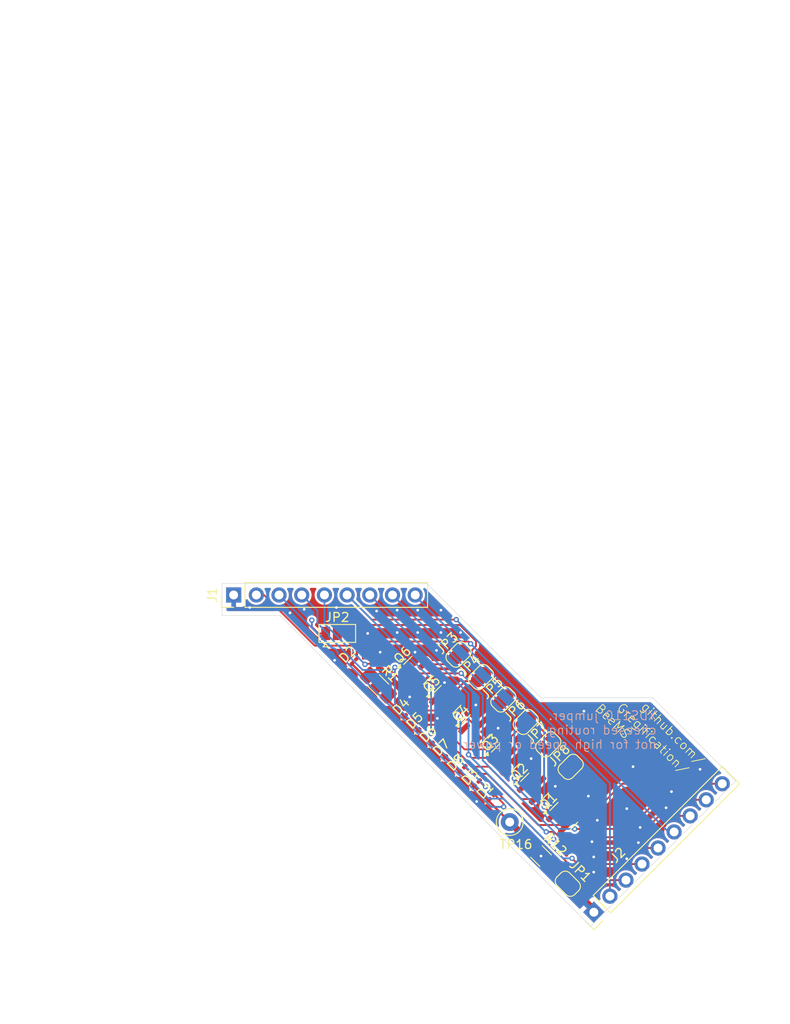
<source format=kicad_pcb>
(kicad_pcb (version 20241229) (generator "pcbnew") (generator_version "9.0")
  (layers (0 "F.Cu" signal) (2 "B.Cu" signal) (13 "F.Paste" user) (15 "B.Paste" user) (5 "F.SilkS" user "F.Silkscreen") (7 "B.SilkS" user "B.Silkscreen") (1 "F.Mask" user) (3 "B.Mask" user) (25 "Edge.Cuts" user))
  (net 0 "")
  (net 1 "/XDS_3v_supply")
  (net 2 "Net-(D1-K)")
  (net 3 "Net-(D2-K)")
  (net 4 "/XDS_5v_supply")
  (net 5 "Net-(D3-A)")
  (net 6 "Net-(D4-A)")
  (net 7 "Net-(D5-A)")
  (net 8 "Net-(D6-A)")
  (net 9 "Net-(D7-A)")
  (net 10 "Net-(D8-A)")
  (net 11 "/XDS_RESET_OUT")
  (net 12 "/XDS_TMS_SWDIO")
  (net 13 "/XDS_BLS_INVOKE")
  (net 14 "/XDS_TCK_SWDCLK")
  (net 15 "/XDS_RXD")
  (net 16 "/XDS_TXD")
  (net 17 "/XDS_GND")
  (net 18 "Net-(JP1-B)")
  (net 19 "Net-(JP2-C)")
  (net 20 "Net-(JP3-A)")
  (net 21 "Net-(JP4-A)")
  (net 22 "Net-(JP5-A)")
  (net 23 "Net-(JP6-A)")
  (net 24 "Net-(JP7-A)")
  (net 25 "Net-(JP8-A)")
  (footprint "Resistor_SMD:R_1206_3216Metric_Pad1.30x1.75mm_HandSolder" (layer "F.Cu") (at 103 104.6 -45)
    (property "Reference" "R1" (at 0 -1.829999 135) (layer "F.SilkS"))
    (property "Value" "200")
    (pad "1" smd roundrect (at -1.550001 0 315) (size 1.3 1.75) (layers "F.Cu" "F.Mask" "F.Paste") (roundrect_rratio 0.192308) (net 3 "Net-(D2-K)"))
    (pad "2" smd roundrect (at 1.550001 0 315) (size 1.3 1.75) (layers "F.Cu" "F.Mask" "F.Paste") (roundrect_rratio 0.192308) (net 2 "Net-(D1-K)"))
  )
  (footprint "Resistor_SMD:R_1206_3216Metric_Pad1.30x1.75mm_HandSolder" (layer "F.Cu") (at 121.2 123.7 135)
    (property "Reference" "R12" (at -0.212132 2.05061 135) (layer "F.SilkS"))
    (property "Value" "700")
    (pad "1" smd roundrect (at -1.550001 0 135) (size 1.3 1.75) (layers "F.Cu" "F.Mask" "F.Paste") (roundrect_rratio 0.192308) (net 18 "Net-(JP1-B)"))
    (pad "2" smd roundrect (at 1.550001 0 135) (size 1.3 1.75) (layers "F.Cu" "F.Mask" "F.Paste") (roundrect_rratio 0.192308) (net 2 "Net-(D1-K)"))
  )
  (footprint "LED_SMD:LED_0201_0603Metric_Pad0.64x0.40mm_HandSolder" (layer "F.Cu") (at 110.7881 112.3119 45)
    (property "Reference" "D7" (at 0 -1.05 45) (layer "F.SilkS"))
    (property "Value" "LED")
    (pad "1" smd roundrect (at -0.4075 0 45) (size 0.635 0.4) (layers "F.Cu" "F.Mask") (net 2 "Net-(D1-K)"))
    (pad "2" smd roundrect (at 0.4075 0 45) (size 0.635 0.4) (layers "F.Cu" "F.Mask") (net 9 "Net-(D7-A)"))
  )
  (footprint "Package_TO_SOT_SMD:SOT-23" (layer "F.Cu") (at 107.3981 102.9126 45)
    (property "Reference" "Q6" (at 0 -2.4 45) (layer "F.SilkS"))
    (property "Value" "2N7002")
    (pad "1" smd roundrect (at -0.9375 -0.95 45) (size 1.475 0.6) (layers "F.Cu" "F.Mask" "F.Paste") (net 16 "/XDS_TXD"))
    (pad "2" smd roundrect (at -0.9375 0.95 45) (size 1.475 0.6) (layers "F.Cu" "F.Mask" "F.Paste") (net 5 "Net-(D3-A)"))
    (pad "3" smd roundrect (at 0.937501 0 45) (size 1.475 0.6) (layers "F.Cu" "F.Mask" "F.Paste") (net 20 "Net-(JP3-A)"))
  )
  (footprint "Jumper:SolderJumper-2_P1.3mm_Open_RoundedPad1.0x1.5mm" (layer "F.Cu") (at 111.9693 101.1693 45)
    (property "Reference" "JP3" (at 0 -1.8 45) (layer "F.SilkS"))
    (property "Value" "SolderJumper_2_Open")
    (pad "1" smd custom (at -0.649999 0 45) (size 1 0.5) (layers "F.Cu" "F.Mask") (net 20 "Net-(JP3-A)") (options (clearance outline) (anchor rect)) (primitives (gr_circle (center 0 0.25) (end 0.5 0.25) (width 0) (fill yes)) (gr_circle (center 0 -0.25) (end 0.5 -0.25) (width 0) (fill yes)) (gr_poly (pts (xy 0.5 0.75) (xy 0 0.75) (xy 0 -0.75) (xy 0.5 -0.75)) (width 0) (fill yes))))
    (pad "2" smd custom (at 0.649999 0 45) (size 1 0.5) (layers "F.Cu" "F.Mask") (net 19 "Net-(JP2-C)") (options (clearance outline) (anchor rect)) (primitives (gr_circle (center 0 0.25) (end 0.5 0.25) (width 0) (fill yes)) (gr_circle (center 0 -0.25) (end 0.5 -0.25) (width 0) (fill yes)) (gr_poly (pts (xy 0 0.75) (xy -0.5 0.75) (xy -0.5 -0.75) (xy 0 -0.75)) (width 0) (fill yes))))
  )
  (footprint "Connector_PinHeader_2.54mm:PinHeader_1x09_P2.54mm_Vertical" (layer "F.Cu") (at 127.1158 129.9842 135)
    (property "Reference" "J2" (at 2.616295 6.412334 225) (layer "F.SilkS"))
    (property "Value" "Conn_01x09_Socket")
    (pad "1" thru_hole rect (at 0 0 135) (size 1.7 1.7) (drill 1) (layers "*.Cu" "*.Mask") (net 17 "/XDS_GND"))
    (pad "2" thru_hole circle (at 0 2.54 135) (size 1.7 1.7) (drill 1) (layers "*.Cu" "*.Mask") (net 4 "/XDS_5v_supply"))
    (pad "3" thru_hole circle (at 0 5.079999 135) (size 1.7 1.7) (drill 1) (layers "*.Cu" "*.Mask") (net 1 "/XDS_3v_supply"))
    (pad "4" thru_hole circle (at 0 7.62 135) (size 1.7 1.7) (drill 1) (layers "*.Cu" "*.Mask") (net 16 "/XDS_TXD"))
    (pad "5" thru_hole circle (at 0 10.16 135) (size 1.7 1.7) (drill 1) (layers "*.Cu" "*.Mask") (net 15 "/XDS_RXD"))
    (pad "6" thru_hole circle (at 0 12.7 135) (size 1.7 1.7) (drill 1) (layers "*.Cu" "*.Mask") (net 11 "/XDS_RESET_OUT"))
    (pad "7" thru_hole circle (at 0 15.24 135) (size 1.7 1.7) (drill 1) (layers "*.Cu" "*.Mask") (net 12 "/XDS_TMS_SWDIO"))
    (pad "8" thru_hole circle (at 0 17.780001 135) (size 1.7 1.7) (drill 1) (layers "*.Cu" "*.Mask") (net 14 "/XDS_TCK_SWDCLK"))
    (pad "9" thru_hole circle (at 0 20.32 135) (size 1.7 1.7) (drill 1) (layers "*.Cu" "*.Mask") (net 13 "/XDS_BLS_INVOKE"))
  )
  (footprint "Jumper:SolderJumper-2_P1.3mm_Open_RoundedPad1.0x1.5mm" (layer "F.Cu") (at 119.5 108.7 45)
    (property "Reference" "JP6" (at 0 -1.8 45) (layer "F.SilkS"))
    (property "Value" "SolderJumper_2_Open")
    (pad "1" smd custom (at -0.649999 0 45) (size 1 0.5) (layers "F.Cu" "F.Mask") (net 23 "Net-(JP6-A)") (options (clearance outline) (anchor rect)) (primitives (gr_circle (center 0 0.25) (end 0.5 0.25) (width 0) (fill yes)) (gr_circle (center 0 -0.25) (end 0.5 -0.25) (width 0) (fill yes)) (gr_poly (pts (xy 0.5 0.75) (xy 0 0.75) (xy 0 -0.75) (xy 0.5 -0.75)) (width 0) (fill yes))))
    (pad "2" smd custom (at 0.649999 0 45) (size 1 0.5) (layers "F.Cu" "F.Mask") (net 19 "Net-(JP2-C)") (options (clearance outline) (anchor rect)) (primitives (gr_circle (center 0 0.25) (end 0.5 0.25) (width 0) (fill yes)) (gr_circle (center 0 -0.25) (end 0.5 -0.25) (width 0) (fill yes)) (gr_poly (pts (xy 0 0.75) (xy -0.5 0.75) (xy -0.5 -0.75) (xy 0 -0.75)) (width 0) (fill yes))))
  )
  (footprint "LED_SMD:LED_0201_0603Metric_Pad0.64x0.40mm_HandSolder" (layer "F.Cu") (at 112.3814 113.993 45)
    (property "Reference" "D8" (at 0 -1.05 45) (layer "F.SilkS"))
    (property "Value" "LED")
    (pad "1" smd roundrect (at -0.4075 0 45) (size 0.635 0.4) (layers "F.Cu" "F.Mask") (net 2 "Net-(D1-K)"))
    (pad "2" smd roundrect (at 0.4075 0 45) (size 0.635 0.4) (layers "F.Cu" "F.Mask") (net 10 "Net-(D8-A)"))
  )
  (footprint "Jumper:SolderJumper-3_P1.3mm_Open_Pad1.0x1.5mm" (layer "F.Cu") (at 98.4 98.8)
    (property "Reference" "JP2" (at 0 -1.8 0) (layer "F.SilkS"))
    (property "Value" "SolderJumper_3_Open")
    (pad "1" smd rect (at -1.3 0) (size 1 1.5) (layers "F.Cu" "F.Mask") (net 1 "/XDS_3v_supply"))
    (pad "2" smd rect (at 0 0) (size 1 1.5) (layers "F.Cu" "F.Mask") (net 19 "Net-(JP2-C)"))
    (pad "3" smd rect (at 1.3 0) (size 1 1.5) (layers "F.Cu" "F.Mask") (net 4 "/XDS_5v_supply"))
  )
  (footprint "LED_SMD:LED_0201_0603Metric_Pad0.64x0.40mm_HandSolder" (layer "F.Cu") (at 115.6942 117.1058 45)
    (property "Reference" "D1" (at 0 -1.05 45) (layer "F.SilkS"))
    (property "Value" "LED")
    (pad "1" smd roundrect (at -0.4075 0 45) (size 0.635 0.4) (layers "F.Cu" "F.Mask") (net 2 "Net-(D1-K)"))
    (pad "2" smd roundrect (at 0.4075 0 45) (size 0.635 0.4) (layers "F.Cu" "F.Mask") (net 1 "/XDS_3v_supply"))
  )
  (footprint "Package_TO_SOT_SMD:SOT-23" (layer "F.Cu") (at 120.4796 115.9941 45)
    (property "Reference" "Q2" (at 0 -2.4 45) (layer "F.SilkS"))
    (property "Value" "2N7002")
    (pad "1" smd roundrect (at -0.9375 -0.95 45) (size 1.475 0.6) (layers "F.Cu" "F.Mask" "F.Paste") (net 14 "/XDS_TCK_SWDCLK"))
    (pad "2" smd roundrect (at -0.9375 0.95 45) (size 1.475 0.6) (layers "F.Cu" "F.Mask" "F.Paste") (net 9 "Net-(D7-A)"))
    (pad "3" smd roundrect (at 0.937501 0 45) (size 1.475 0.6) (layers "F.Cu" "F.Mask" "F.Paste") (net 24 "Net-(JP7-A)"))
  )
  (footprint "Jumper:SolderJumper-2_P1.3mm_Open_RoundedPad1.0x1.5mm" (layer "F.Cu") (at 124.5205 113.7205 45)
    (property "Reference" "JP8" (at 0 -1.8 45) (layer "F.SilkS"))
    (property "Value" "SolderJumper_2_Open")
    (pad "1" smd custom (at -0.649999 0 45) (size 1 0.5) (layers "F.Cu" "F.Mask") (net 25 "Net-(JP8-A)") (options (clearance outline) (anchor rect)) (primitives (gr_circle (center 0 0.25) (end 0.5 0.25) (width 0) (fill yes)) (gr_circle (center 0 -0.25) (end 0.5 -0.25) (width 0) (fill yes)) (gr_poly (pts (xy 0.5 0.75) (xy 0 0.75) (xy 0 -0.75) (xy 0.5 -0.75)) (width 0) (fill yes))))
    (pad "2" smd custom (at 0.649999 0 45) (size 1 0.5) (layers "F.Cu" "F.Mask") (net 19 "Net-(JP2-C)") (options (clearance outline) (anchor rect)) (primitives (gr_circle (center 0 0.25) (end 0.5 0.25) (width 0) (fill yes)) (gr_circle (center 0 -0.25) (end 0.5 -0.25) (width 0) (fill yes)) (gr_poly (pts (xy 0 0.75) (xy -0.5 0.75) (xy -0.5 -0.75) (xy 0 -0.75)) (width 0) (fill yes))))
  )
  (footprint "Package_TO_SOT_SMD:SOT-23" (layer "F.Cu") (at 117.2092 112.7237 45)
    (property "Reference" "Q3" (at 0 -2.4 45) (layer "F.SilkS"))
    (property "Value" "2N7002")
    (pad "1" smd roundrect (at -0.9375 -0.95 45) (size 1.475 0.6) (layers "F.Cu" "F.Mask" "F.Paste") (net 12 "/XDS_TMS_SWDIO"))
    (pad "2" smd roundrect (at -0.9375 0.95 45) (size 1.475 0.6) (layers "F.Cu" "F.Mask" "F.Paste") (net 8 "Net-(D6-A)"))
    (pad "3" smd roundrect (at 0.937501 0 45) (size 1.475 0.6) (layers "F.Cu" "F.Mask" "F.Paste") (net 23 "Net-(JP6-A)"))
  )
  (footprint "Package_TO_SOT_SMD:SOT-23" (layer "F.Cu") (at 113.9389 109.4533 45)
    (property "Reference" "Q4" (at 0 -2.4 45) (layer "F.SilkS"))
    (property "Value" "2N7002")
    (pad "1" smd roundrect (at -0.9375 -0.95 45) (size 1.475 0.6) (layers "F.Cu" "F.Mask" "F.Paste") (net 11 "/XDS_RESET_OUT"))
    (pad "2" smd roundrect (at -0.9375 0.95 45) (size 1.475 0.6) (layers "F.Cu" "F.Mask" "F.Paste") (net 7 "Net-(D5-A)"))
    (pad "3" smd roundrect (at 0.937501 0 45) (size 1.475 0.6) (layers "F.Cu" "F.Mask" "F.Paste") (net 22 "Net-(JP5-A)"))
  )
  (footprint "Jumper:SolderJumper-2_P1.3mm_Open_RoundedPad1.0x1.5mm" (layer "F.Cu") (at 116.9898 106.1898 45)
    (property "Reference" "JP5" (at 0 -1.8 45) (layer "F.SilkS"))
    (property "Value" "SolderJumper_2_Open")
    (pad "1" smd custom (at -0.649999 0 45) (size 1 0.5) (layers "F.Cu" "F.Mask") (net 22 "Net-(JP5-A)") (options (clearance outline) (anchor rect)) (primitives (gr_circle (center 0 0.25) (end 0.5 0.25) (width 0) (fill yes)) (gr_circle (center 0 -0.25) (end 0.5 -0.25) (width 0) (fill yes)) (gr_poly (pts (xy 0.5 0.75) (xy 0 0.75) (xy 0 -0.75) (xy 0.5 -0.75)) (width 0) (fill yes))))
    (pad "2" smd custom (at 0.649999 0 45) (size 1 0.5) (layers "F.Cu" "F.Mask") (net 19 "Net-(JP2-C)") (options (clearance outline) (anchor rect)) (primitives (gr_circle (center 0 0.25) (end 0.5 0.25) (width 0) (fill yes)) (gr_circle (center 0 -0.25) (end 0.5 -0.25) (width 0) (fill yes)) (gr_poly (pts (xy 0 0.75) (xy -0.5 0.75) (xy -0.5 -0.75) (xy 0 -0.75)) (width 0) (fill yes))))
  )
  (footprint "Jumper:SolderJumper-2_P1.3mm_Open_RoundedPad1.0x1.5mm" (layer "F.Cu") (at 122.0102 111.2102 45)
    (property "Reference" "JP7" (at 0 -1.8 45) (layer "F.SilkS"))
    (property "Value" "SolderJumper_2_Open")
    (pad "1" smd custom (at -0.649999 0 45) (size 1 0.5) (layers "F.Cu" "F.Mask") (net 24 "Net-(JP7-A)") (options (clearance outline) (anchor rect)) (primitives (gr_circle (center 0 0.25) (end 0.5 0.25) (width 0) (fill yes)) (gr_circle (center 0 -0.25) (end 0.5 -0.25) (width 0) (fill yes)) (gr_poly (pts (xy 0.5 0.75) (xy 0 0.75) (xy 0 -0.75) (xy 0.5 -0.75)) (width 0) (fill yes))))
    (pad "2" smd custom (at 0.649999 0 45) (size 1 0.5) (layers "F.Cu" "F.Mask") (net 19 "Net-(JP2-C)") (options (clearance outline) (anchor rect)) (primitives (gr_circle (center 0 0.25) (end 0.5 0.25) (width 0) (fill yes)) (gr_circle (center 0 -0.25) (end 0.5 -0.25) (width 0) (fill yes)) (gr_poly (pts (xy 0 0.75) (xy -0.5 0.75) (xy -0.5 -0.75) (xy 0 -0.75)) (width 0) (fill yes))))
  )
  (footprint "Package_TO_SOT_SMD:SOT-23" (layer "F.Cu") (at 123.75 119.2644 45)
    (property "Reference" "Q1" (at 0 -2.4 45) (layer "F.SilkS"))
    (property "Value" "2N7002")
    (pad "1" smd roundrect (at -0.9375 -0.95 45) (size 1.475 0.6) (layers "F.Cu" "F.Mask" "F.Paste") (net 13 "/XDS_BLS_INVOKE"))
    (pad "2" smd roundrect (at -0.9375 0.95 45) (size 1.475 0.6) (layers "F.Cu" "F.Mask" "F.Paste") (net 10 "Net-(D8-A)"))
    (pad "3" smd roundrect (at 0.937501 0 45) (size 1.475 0.6) (layers "F.Cu" "F.Mask" "F.Paste") (net 25 "Net-(JP8-A)"))
  )
  (footprint "LED_SMD:LED_0201_0603Metric_Pad0.64x0.40mm_HandSolder" (layer "F.Cu") (at 107.8 109.3 45)
    (property "Reference" "D5" (at 0 -1.05 45) (layer "F.SilkS"))
    (property "Value" "LED")
    (pad "1" smd roundrect (at -0.4075 0 45) (size 0.635 0.4) (layers "F.Cu" "F.Mask") (net 2 "Net-(D1-K)"))
    (pad "2" smd roundrect (at 0.4075 0 45) (size 0.635 0.4) (layers "F.Cu" "F.Mask") (net 7 "Net-(D5-A)"))
  )
  (footprint "Jumper:SolderJumper-2_P1.3mm_Open_RoundedPad1.0x1.5mm" (layer "F.Cu") (at 124.2 126.8 135)
    (property "Reference" "JP1" (at 0 1.979899 135) (layer "F.SilkS"))
    (property "Value" "SolderJumper_2_Open")
    (pad "1" smd custom (at -0.649999 0 135) (size 1 0.5) (layers "F.Cu" "F.Mask") (net 17 "/XDS_GND") (options (clearance outline) (anchor rect)) (primitives (gr_circle (center 0 0.25) (end 0.5 0.25) (width 0) (fill yes)) (gr_circle (center 0 -0.25) (end 0.5 -0.25) (width 0) (fill yes)) (gr_poly (pts (xy 0.5 0.75) (xy 0 0.75) (xy 0 -0.75) (xy 0.5 -0.75)) (width 0) (fill yes))))
    (pad "2" smd custom (at 0.649999 0 135) (size 1 0.5) (layers "F.Cu" "F.Mask") (net 18 "Net-(JP1-B)") (options (clearance outline) (anchor rect)) (primitives (gr_circle (center 0 0.25) (end 0.5 0.25) (width 0) (fill yes)) (gr_circle (center 0 -0.25) (end 0.5 -0.25) (width 0) (fill yes)) (gr_poly (pts (xy 0 0.75) (xy -0.5 0.75) (xy -0.5 -0.75) (xy 0 -0.75)) (width 0) (fill yes))))
  )
  (footprint "Jumper:SolderJumper-2_P1.3mm_Open_RoundedPad1.0x1.5mm" (layer "F.Cu") (at 114.4795 103.6795 45)
    (property "Reference" "JP4" (at 0 -1.8 45) (layer "F.SilkS"))
    (property "Value" "SolderJumper_2_Open")
    (pad "1" smd custom (at -0.649999 0 45) (size 1 0.5) (layers "F.Cu" "F.Mask") (net 21 "Net-(JP4-A)") (options (clearance outline) (anchor rect)) (primitives (gr_circle (center 0 0.25) (end 0.5 0.25) (width 0) (fill yes)) (gr_circle (center 0 -0.25) (end 0.5 -0.25) (width 0) (fill yes)) (gr_poly (pts (xy 0.5 0.75) (xy 0 0.75) (xy 0 -0.75) (xy 0.5 -0.75)) (width 0) (fill yes))))
    (pad "2" smd custom (at 0.649999 0 45) (size 1 0.5) (layers "F.Cu" "F.Mask") (net 19 "Net-(JP2-C)") (options (clearance outline) (anchor rect)) (primitives (gr_circle (center 0 0.25) (end 0.5 0.25) (width 0) (fill yes)) (gr_circle (center 0 -0.25) (end 0.5 -0.25) (width 0) (fill yes)) (gr_poly (pts (xy 0 0.75) (xy -0.5 0.75) (xy -0.5 -0.75) (xy 0 -0.75)) (width 0) (fill yes))))
  )
  (footprint "TestPoint:TestPoint_Loop_D2.50mm_Drill1.0mm_LowProfile" (layer "F.Cu") (at 117.7 119.9)
    (property "Reference" "TP16" (at 0.7 2.5 0) (layer "F.SilkS"))
    (property "Value" "TestPoint")
    (pad "1" thru_hole circle (at 0 0) (size 2 2) (drill 1) (layers "*.Cu" "*.Mask") (net 2 "Net-(D1-K)"))
  )
  (footprint "LED_SMD:LED_0201_0603Metric_Pad0.64x0.40mm_HandSolder" (layer "F.Cu") (at 114 115.6 45)
    (property "Reference" "D3" (at 0 -1.05 45) (layer "F.SilkS"))
    (property "Value" "LED")
    (pad "1" smd roundrect (at -0.4075 0 45) (size 0.635 0.4) (layers "F.Cu" "F.Mask") (net 2 "Net-(D1-K)"))
    (pad "2" smd roundrect (at 0.4075 0 45) (size 0.635 0.4) (layers "F.Cu" "F.Mask") (net 5 "Net-(D3-A)"))
  )
  (footprint "LED_SMD:LED_0201_0603Metric_Pad0.64x0.40mm_HandSolder" (layer "F.Cu") (at 106.2881 107.7119 45)
    (property "Reference" "D4" (at 0 -1.05 45) (layer "F.SilkS"))
    (property "Value" "LED")
    (pad "1" smd roundrect (at -0.4075 0 45) (size 0.635 0.4) (layers "F.Cu" "F.Mask") (net 2 "Net-(D1-K)"))
    (pad "2" smd roundrect (at 0.4075 0 45) (size 0.635 0.4) (layers "F.Cu" "F.Mask") (net 6 "Net-(D4-A)"))
  )
  (footprint "Package_TO_SOT_SMD:SOT-23" (layer "F.Cu") (at 110.6685 106.183 45)
    (property "Reference" "Q5" (at 0 -2.4 45) (layer "F.SilkS"))
    (property "Value" "2N7002")
    (pad "1" smd roundrect (at -0.9375 -0.95 45) (size 1.475 0.6) (layers "F.Cu" "F.Mask" "F.Paste") (net 15 "/XDS_RXD"))
    (pad "2" smd roundrect (at -0.9375 0.95 45) (size 1.475 0.6) (layers "F.Cu" "F.Mask" "F.Paste") (net 6 "Net-(D4-A)"))
    (pad "3" smd roundrect (at 0.937501 0 45) (size 1.475 0.6) (layers "F.Cu" "F.Mask" "F.Paste") (net 21 "Net-(JP4-A)"))
  )
  (footprint "Connector_PinHeader_2.54mm:PinHeader_1x09_P2.54mm_Vertical" (layer "F.Cu") (at 86.8 94.5 90)
    (property "Reference" "J1" (at 0 -2.38 90) (layer "F.SilkS"))
    (property "Value" "Conn_01x09_Socket")
    (pad "1" thru_hole rect (at 0 0 90) (size 1.7 1.7) (drill 1) (layers "*.Cu" "*.Mask") (net 17 "/XDS_GND"))
    (pad "2" thru_hole circle (at 0 2.54 90) (size 1.7 1.7) (drill 1) (layers "*.Cu" "*.Mask") (net 4 "/XDS_5v_supply"))
    (pad "3" thru_hole circle (at 0 5.079999 90) (size 1.7 1.7) (drill 1) (layers "*.Cu" "*.Mask") (net 1 "/XDS_3v_supply"))
    (pad "4" thru_hole circle (at 0 7.62 90) (size 1.7 1.7) (drill 1) (layers "*.Cu" "*.Mask") (net 16 "/XDS_TXD"))
    (pad "5" thru_hole circle (at 0 10.16 90) (size 1.7 1.7) (drill 1) (layers "*.Cu" "*.Mask") (net 15 "/XDS_RXD"))
    (pad "6" thru_hole circle (at 0 12.7 90) (size 1.7 1.7) (drill 1) (layers "*.Cu" "*.Mask") (net 11 "/XDS_RESET_OUT"))
    (pad "7" thru_hole circle (at 0 15.24 90) (size 1.7 1.7) (drill 1) (layers "*.Cu" "*.Mask") (net 12 "/XDS_TMS_SWDIO"))
    (pad "8" thru_hole circle (at 0 17.780001 90) (size 1.7 1.7) (drill 1) (layers "*.Cu" "*.Mask") (net 14 "/XDS_TCK_SWDCLK"))
    (pad "9" thru_hole circle (at 0 20.32 90) (size 1.7 1.7) (drill 1) (layers "*.Cu" "*.Mask") (net 13 "/XDS_BLS_INVOKE"))
  )
  (footprint "LED_SMD:LED_0201_0603Metric_Pad0.64x0.40mm_HandSolder" (layer "F.Cu") (at 100.3 101.9 45)
    (property "Reference" "D2" (at 0 -1.05 45) (layer "F.SilkS"))
    (property "Value" "LED")
    (pad "1" smd roundrect (at -0.4075 0 45) (size 0.635 0.4) (layers "F.Cu" "F.Mask") (net 3 "Net-(D2-K)"))
    (pad "2" smd roundrect (at 0.4075 0 45) (size 0.635 0.4) (layers "F.Cu" "F.Mask") (net 4 "/XDS_5v_supply"))
  )
  (footprint "LED_SMD:LED_0201_0603Metric_Pad0.64x0.40mm_HandSolder" (layer "F.Cu") (at 109.3 110.8 45)
    (property "Reference" "D6" (at 0 -1.05 45) (layer "F.SilkS"))
    (property "Value" "LED")
    (pad "1" smd roundrect (at -0.4075 0 45) (size 0.635 0.4) (layers "F.Cu" "F.Mask") (net 2 "Net-(D1-K)"))
    (pad "2" smd roundrect (at 0.4075 0 45) (size 0.635 0.4) (layers "F.Cu" "F.Mask") (net 8 "Net-(D6-A)"))
  )
  (gr_poly (pts (xy 85.5 93.2) (xy 108.4 93.2) (xy 121.2 106) (xy 133.7 106) (xy 143 115.3) (xy 126.8 131.5) (xy 126.7 131.5) (xy 92 96.8) (xy 85.5 96.8)) (stroke (width 0.05)) (fill no) (layer "Edge.Cuts"))
  (gr_text "BeeMS" (at 127.1 107.3 315) (layer "F.SilkS") (effects (font (size 1 1) (thickness 0.1)) (justify left bottom)))
  (gr_text "Gregification/\n" (at 129.5 107.2 315) (layer "F.SilkS") (effects (font (size 1 1) (thickness 0.1)) (justify left bottom)))
  (gr_text "github.com/" (at 132.2 107.1 315) (layer "F.SilkS") (effects (font (size 1 1) (thickness 0.1)) (justify left bottom)))
  (gr_text "XDS110 jumper.\ncheesed routing.\nnot for high speed or power" (at 134.2 111.8 0) (layer "B.SilkS") (effects (font (size 1 1) (thickness 0.1)) (justify left bottom mirror)))
  (segment (start 116.5346 116.8177) (end 126.109 126.3921) (width 0.2) (layer "F.Cu") (net 1))
  (segment (start 95.5502 97.3189) (end 95.5502 98.0519) (width 0.2) (layer "F.Cu") (net 1))
  (segment (start 95.5502 98.0519) (end 96.2983 98.8) (width 0.2) (layer "F.Cu") (net 1))
  (segment (start 97.1 98.8) (end 96.2983 98.8) (width 0.2) (layer "F.Cu") (net 1))
  (segment (start 117.0229 118.2011) (end 117.0229 117.8583) (width 0.2) (layer "F.Cu") (net 1))
  (segment (start 117.0229 117.8583) (end 115.9823 116.8177) (width 0.2) (layer "F.Cu") (net 1))
  (segment (start 126.109 126.3921) (end 130.7079 126.3921) (width 0.2) (layer "F.Cu") (net 1))
  (segment (start 115.9823 116.8177) (end 116.5346 116.8177) (width 0.2) (layer "F.Cu") (net 1))
  (via (at 95.5502 97.3189) (size 0.6) (drill 0.3) (layers "F.Cu" "B.Cu") (net 1))
  (via (at 117.0229 118.2011) (size 0.6) (drill 0.3) (layers "F.Cu" "B.Cu") (net 1))
  (segment (start 96.6289 99.2489) (end 96.6289 99.2137) (width 0.2) (layer "B.Cu") (net 1))
  (segment (start 97.3681 99.9529) (end 97.3329 99.9529) (width 0.2) (layer "B.Cu") (net 1))
  (segment (start 96.1713 98.7913) (end 96.1713 98.7561) (width 0.2) (layer "B.Cu") (net 1))
  (segment (start 97.2625 99.8473) (end 97.2273 99.8473) (width 0.2) (layer "B.Cu") (net 1))
  (segment (start 117.0229 118.2011) (end 115.6163 118.2011) (width 0.2) (layer "B.Cu") (net 1))
  (segment (start 97.0513 99.6361) (end 97.0161 99.6361) (width 0.2) (layer "B.Cu") (net 1))
  (segment (start 98.0554 100.4457) (end 97.8257 100.4457) (width 0.2) (layer "B.Cu") (net 1))
  (segment (start 96.8401 99.4601) (end 96.8401 99.4249) (width 0.2) (layer "B.Cu") (net 1))
  (segment (start 98.4431 101.0279) (end 98.4431 100.8334) (width 0.2) (layer "B.Cu") (net 1))
  (segment (start 96.4177 99.0377) (end 96.4177 99.0025) (width 0.2) (layer "B.Cu") (net 1))
  (segment (start 97.0161 99.6361) (end 97.0161 99.6009) (width 0.2) (layer "B.Cu") (net 1))
  (segment (start 96.6993 99.2841) (end 96.6641 99.2841) (width 0.2) (layer "B.Cu") (net 1))
  (segment (start 98.4431 100.8334) (end 98.0554 100.4457) (width 0.2) (layer "B.Cu") (net 1))
  (segment (start 96.2417 98.8265) (end 96.2065 98.8265) (width 0.2) (layer "B.Cu") (net 1))
  (segment (start 96.1009 98.7209) (end 91.88 94.5) (width 0.2) (layer "B.Cu") (net 1))
  (segment (start 96.2769 98.8617) (end 96.2417 98.8617) (width 0.2) (layer "B.Cu") (net 1))
  (segment (start 97.1217 99.7417) (end 97.1217 99.7065) (width 0.2) (layer "B.Cu") (net 1))
  (segment (start 97.6497 100.2345) (end 97.6145 100.2345) (width 0.2) (layer "B.Cu") (net 1))
  (segment (start 97.3329 99.9529) (end 97.3329 99.9177) (width 0.2) (layer "B.Cu") (net 1))
  (segment (start 96.5233 99.1433) (end 96.5233 99.1081) (width 0.2) (layer "B.Cu") (net 1))
  (segment (start 97.0513 99.6713) (end 97.0513 99.6361) (width 0.2) (layer "B.Cu") (net 1))
  (segment (start 97.8257 100.4457) (end 97.8257 100.4105) (width 0.2) (layer "B.Cu") (net 1))
  (segment (start 96.5585 99.1785) (end 96.5585 99.1433) (width 0.2) (layer "B.Cu") (net 1))
  (segment (start 96.6993 99.3193) (end 96.6993 99.2841) (width 0.2) (layer "B.Cu") (net 1))
  (segment (start 97.7553 100.3753) (end 97.7553 100.3401) (width 0.2) (layer "B.Cu") (net 1))
  (segment (start 97.6145 100.1993) (end 97.5793 100.1993) (width 0.2) (layer "B.Cu") (net 1))
  (segment (start 97.4737 100.0585) (end 97.4385 100.0585) (width 0.2) (layer "B.Cu") (net 1))
  (segment (start 97.5089 100.1289) (end 97.5089 100.0937) (width 0.2) (layer "B.Cu") (net 1))
  (segment (start 96.9457 99.5657) (end 96.9457 99.5305) (width 0.2) (layer "B.Cu") (net 1))
  (segment (start 97.5441 100.1641) (end 97.5441 100.1289) (width 0.2) (layer "B.Cu") (net 1))
  (segment (start 96.7345 99.3193) (end 96.6993 99.3193) (width 0.2) (layer "B.Cu") (net 1))
  (segment (start 97.6145 100.2345) (end 97.6145 100.1993) (width 0.2) (layer "B.Cu") (net 1))
  (segment (start 96.8049 99.3897) (end 96.7697 99.3897) (width 0.2) (layer "B.Cu") (net 1))
  (segment (start 95.5502 98.135) (end 96.1009 98.6857) (width 0.2) (layer "B.Cu") (net 1))
  (segment (start 96.4529 99.0377) (end 96.4177 99.0377) (width 0.2) (layer "B.Cu") (net 1))
  (segment (start 97.0865 99.7065) (end 97.0865 99.6713) (width 0.2) (layer "B.Cu") (net 1))
  (segment (start 97.7201 100.3049) (end 97.6849 100.3049) (width 0.2) (layer "B.Cu") (net 1))
  (segment (start 96.5937 99.1785) (end 96.5585 99.1785) (width 0.2) (layer "B.Cu") (net 1))
  (segment (start 96.8753 99.4953) (end 96.8753 99.4601) (width 0.2) (layer "B.Cu") (net 1))
  (segment (start 96.8401 99.4249) (end 96.8049 99.4249) (width 0.2) (layer "B.Cu") (net 1))
  (segment (start 97.2625 99.8825) (end 97.2625 99.8473) (width 0.2) (layer "B.Cu") (net 1))
  (segment (start 96.4177 99.0025) (end 96.3825 99.0025) (width 0.2) (layer "B.Cu") (net 1))
  (segment (start 96.2769 98.8969) (end 96.2769 98.8617) (width 0.2) (layer "B.Cu") (net 1))
  (segment (start 97.4033 100.0233) (end 97.4033 99.9881) (width 0.2) (layer "B.Cu") (net 1))
  (segment (start 97.7201 100.3401) (end 97.7201 100.3049) (width 0.2) (layer "B.Cu") (net 1))
  (segment (start 96.6641 99.2489) (end 96.6289 99.2489) (width 0.2) (layer "B.Cu") (net 1))
  (segment (start 96.7697 99.3897) (end 96.7697 99.3545) (width 0.2) (layer "B.Cu") (net 1))
  (segment (start 96.3825 98.9673) (end 96.3473 98.9673) (width 0.2) (layer "B.Cu") (net 1))
  (segment (start 96.3825 99.0025) (end 96.3825 98.9673) (width 0.2) (layer "B.Cu") (net 1))
  (segment (start 97.6849 100.3049) (end 97.6849 100.2697) (width 0.2) (layer "B.Cu") (net 1))
  (segment (start 97.1921 99.7769) (end 97.1569 99.7769) (width 0.2) (layer "B.Cu") (net 1))
  (segment (start 96.8049 99.4249) (end 96.8049 99.3897) (width 0.2) (layer "B.Cu") (net 1))
  (segment (start 97.1569 99.7417) (end 97.1217 99.7417) (width 0.2) (layer "B.Cu") (net 1))
  (segment (start 96.9809 99.6009) (end 96.9809 99.5657) (width 0.2) (layer "B.Cu") (net 1))
  (segment (start 97.2977 99.9177) (end 97.2977 99.8825) (width 0.2) (layer "B.Cu") (net 1))
  (segment (start 97.1569 99.7769) (end 97.1569 99.7417) (width 0.2) (layer "B.Cu") (net 1))
  (segment (start 96.2065 98.7913) (end 96.1713 98.7913) (width 0.2) (layer "B.Cu") (net 1))
  (segment (start 96.5937 99.2137) (end 96.5937 99.1785) (width 0.2) (layer "B.Cu") (net 1))
  (segment (start 96.3473 98.9673) (end 96.3473 98.9321) (width 0.2) (layer "B.Cu") (net 1))
  (segment (start 96.3473 98.9321) (end 96.3121 98.9321) (width 0.2) (layer "B.Cu") (net 1))
  (segment (start 97.1921 99.8121) (end 97.1921 99.7769) (width 0.2) (layer "B.Cu") (net 1))
  (segment (start 96.7697 99.3545) (end 96.7345 99.3545) (width 0.2) (layer "B.Cu") (net 1))
  (segment (start 96.4529 99.0729) (end 96.4529 99.0377) (width 0.2) (layer "B.Cu") (net 1))
  (segment (start 97.6849 100.2697) (end 97.6497 100.2697) (width 0.2) (layer "B.Cu") (net 1))
  (segment (start 96.7345 99.3545) (end 96.7345 99.3193) (width 0.2) (layer "B.Cu") (net 1))
  (segment (start 97.0161 99.6009) (end 96.9809 99.6009) (width 0.2) (layer "B.Cu") (net 1))
  (segment (start 96.3121 98.8969) (end 96.2769 98.8969) (width 0.2) (layer "B.Cu") (net 1))
  (segment (start 95.5502 97.3189) (end 95.5502 98.135) (width 0.2) (layer "B.Cu") (net 1))
  (segment (start 96.4881 99.0729) (end 96.4529 99.0729) (width 0.2) (layer "B.Cu") (net 1))
  (segment (start 97.5441 100.1289) (end 97.5089 100.1289) (width 0.2) (layer "B.Cu") (net 1))
  (segment (start 96.3121 98.9321) (end 96.3121 98.8969) (width 0.2) (layer "B.Cu") (net 1))
  (segment (start 97.2273 99.8121) (end 97.1921 99.8121) (width 0.2) (layer "B.Cu") (net 1))
  (segment (start 97.0865 99.6713) (end 97.0513 99.6713) (width 0.2) (layer "B.Cu") (net 1))
  (segment (start 97.4737 100.0937) (end 97.4737 100.0585) (width 0.2) (layer "B.Cu") (net 1))
  (segment (start 96.1361 98.7561) (end 96.1361 98.7209) (width 0.2) (layer "B.Cu") (net 1))
  (segment (start 97.8257 100.4105) (end 97.7905 100.4105) (width 0.2) (layer "B.Cu") (net 1))
  (segment (start 96.9105 99.5305) (end 96.9105 99.4953) (width 0.2) (layer "B.Cu") (net 1))
  (segment (start 97.2273 99.8473) (end 97.2273 99.8121) (width 0.2) (layer "B.Cu") (net 1))
  (segment (start 97.6497 100.2697) (end 97.6497 100.2345) (width 0.2) (layer "B.Cu") (net 1))
  (segment (start 96.8753 99.4601) (end 96.8401 99.4601) (width 0.2) (layer "B.Cu") (net 1))
  (segment (start 97.5089 100.0937) (end 97.4737 100.0937) (width 0.2) (layer "B.Cu") (net 1))
  (segment (start 96.1361 98.7209) (end 96.1009 98.7209) (width 0.2) (layer "B.Cu") (net 1))
  (segment (start 97.2977 99.8825) (end 97.2625 99.8825) (width 0.2) (layer "B.Cu") (net 1))
  (segment (start 96.1009 98.6857) (end 96.1009 98.7209) (width 0.2) (layer "B.Cu") (net 1))
  (segment (start 97.1217 99.7065) (end 97.0865 99.7065) (width 0.2) (layer "B.Cu") (net 1))
  (segment (start 97.3681 99.9881) (end 97.3681 99.9529) (width 0.2) (layer "B.Cu") (net 1))
  (segment (start 96.5585 99.1433) (end 96.5233 99.1433) (width 0.2) (layer "B.Cu") (net 1))
  (segment (start 97.7905 100.4105) (end 97.7905 100.3753) (width 0.2) (layer "B.Cu") (net 1))
  (segment (start 97.7553 100.3401) (end 97.7201 100.3401) (width 0.2) (layer "B.Cu") (net 1))
  (segment (start 97.7905 100.3753) (end 97.7553 100.3753) (width 0.2) (layer "B.Cu") (net 1))
  (segment (start 97.4385 100.0585) (end 97.4385 100.0233) (width 0.2) (layer "B.Cu") (net 1))
  (segment (start 96.9457 99.5305) (end 96.9105 99.5305) (width 0.2) (layer "B.Cu") (net 1))
  (segment (start 96.9105 99.4953) (end 96.8753 99.4953) (width 0.2) (layer "B.Cu") (net 1))
  (segment (start 96.5233 99.1081) (end 96.4881 99.1081) (width 0.2) (layer "B.Cu") (net 1))
  (segment (start 96.6289 99.2137) (end 96.5937 99.2137) (width 0.2) (layer "B.Cu") (net 1))
  (segment (start 97.5793 100.1641) (end 97.5441 100.1641) (width 0.2) (layer "B.Cu") (net 1))
  (segment (start 96.4881 99.1081) (end 96.4881 99.0729) (width 0.2) (layer "B.Cu") (net 1))
  (segment (start 97.4033 99.9881) (end 97.3681 99.9881) (width 0.2) (layer "B.Cu") (net 1))
  (segment (start 97.5793 100.1993) (end 97.5793 100.1641) (width 0.2) (layer "B.Cu") (net 1))
  (segment (start 115.6163 118.2011) (end 98.4431 101.0279) (width 0.2) (layer "B.Cu") (net 1))
  (segment (start 96.2417 98.8617) (end 96.2417 98.8265) (width 0.2) (layer "B.Cu") (net 1))
  (segment (start 96.1713 98.7561) (end 96.1361 98.7561) (width 0.2) (layer "B.Cu") (net 1))
  (segment (start 97.4385 100.0233) (end 97.4033 100.0233) (width 0.2) (layer "B.Cu") (net 1))
  (segment (start 96.2065 98.8265) (end 96.2065 98.7913) (width 0.2) (layer "B.Cu") (net 1))
  (segment (start 96.6641 99.2841) (end 96.6641 99.2489) (width 0.2) (layer "B.Cu") (net 1))
  (segment (start 96.9809 99.5657) (end 96.9457 99.5657) (width 0.2) (layer "B.Cu") (net 1))
  (segment (start 97.3329 99.9177) (end 97.2977 99.9177) (width 0.2) (layer "B.Cu") (net 1))
  (segment (start 104.096 105.696) (end 104.096 106.296) (width 0.25) (layer "F.Cu") (net 2))
  (segment (start 113.7119 115.9118) (end 113.7245 115.9244) (width 0.2) (layer "F.Cu") (net 2))
  (segment (start 112.0933 114.2811) (end 112.0933 114.2932) (width 0.2) (layer "F.Cu") (net 2))
  (segment (start 110.1859 112.3859) (end 110.4 112.6) (width 0.2) (layer "F.Cu") (net 2))
  (segment (start 106 108.0796) (end 106.0034 108.0796) (width 0.2) (layer "F.Cu") (net 2))
  (segment (start 120.104 122.604) (end 120.104 122.304) (width 0.75) (layer "F.Cu") (net 2))
  (segment (start 106.0034 108.0796) (end 107.5119 109.5881) (width 0.2) (layer "F.Cu") (net 2))
  (segment (start 104.096 106.296) (end 105.8796 108.0796) (width 0.25) (layer "F.Cu") (net 2))
  (segment (start 112.1117 114.3116) (end 113.7245 115.9244) (width 0.25) (layer "F.Cu") (net 2))
  (segment (start 120.104 122.304) (end 117.7 119.9) (width 0.75) (layer "F.Cu") (net 2))
  (segment (start 110.1859 112.3859) (end 112.1117 114.3116) (width 0.25) (layer "F.Cu") (net 2))
  (segment (start 113.7119 115.8881) (end 113.7119 115.9118) (width 0.2) (layer "F.Cu") (net 2))
  (segment (start 106 108) (end 106 108.0796) (width 0.2) (layer "F.Cu") (net 2))
  (segment (start 109.0119 111.0881) (end 108.95 111.15) (width 0.2) (layer "F.Cu") (net 2))
  (segment (start 115.3245 117.5244) (end 117.7 119.9) (width 0.25) (layer "F.Cu") (net 2))
  (segment (start 112.0933 114.2932) (end 112.1117 114.3116) (width 0.2) (layer "F.Cu") (net 2))
  (segment (start 108.95 111.15) (end 110.1859 112.3859) (width 0.25) (layer "F.Cu") (net 2))
  (segment (start 115.4061 117.4428) (end 115.3245 117.5244) (width 0.2) (layer "F.Cu") (net 2))
  (segment (start 105.8796 108.0796) (end 106 108.0796) (width 0.2) (layer "F.Cu") (net 2))
  (segment (start 115.4061 117.3939) (end 115.4061 117.4428) (width 0.2) (layer "F.Cu") (net 2))
  (segment (start 113.7245 115.9244) (end 115.3245 117.5244) (width 0.25) (layer "F.Cu") (net 2))
  (segment (start 105.8796 108.0796) (end 108.95 111.15) (width 0.25) (layer "F.Cu") (net 2))
  (segment (start 110.4 112.6) (end 110.5 112.6) (width 0.2) (layer "F.Cu") (net 2))
  (segment (start 117.7 119.9) (end 117.7 120.2) (width 1.25) (layer "F.Cu") (net 2))
  (segment (start 101.328 103.504) (end 101.904 103.504) (width 0.25) (layer "F.Cu") (net 3))
  (segment (start 100.012 102.188) (end 101.328 103.504) (width 0.25) (layer "F.Cu") (net 3))
  (segment (start 100.0119 102.1881) (end 100.012 102.188) (width 0.2) (layer "F.Cu") (net 3))
  (segment (start 113.0723 99.7047) (end 113.3184 99.9508) (width 0.2) (layer "F.Cu") (net 4))
  (segment (start 100.588 100.65) (end 100.588 100.169) (width 0.25) (layer "F.Cu") (net 4))
  (segment (start 100.588 101.612) (end 100.588 101.0826) (width 0.25) (layer "F.Cu") (net 4))
  (segment (start 100.588 100.169) (end 100.588 99.6881) (width 0.25) (layer "F.Cu") (net 4))
  (segment (start 90.1961 94.5) (end 89.34 94.5) (width 0.2) (layer "F.Cu") (net 4))
  (segment (start 101.5333 99.7047) (end 113.0723 99.7047) (width 0.2) (layer "F.Cu") (net 4))
  (segment (start 100.588 101.6119) (end 100.5881 101.6119) (width 0.2) (layer "F.Cu") (net 4))
  (segment (start 95.8651 100.169) (end 90.1961 94.5) (width 0.2) (layer "F.Cu") (net 4))
  (segment (start 100.588 101.0826) (end 100.588 100.65) (width 0.25) (layer "F.Cu") (net 4))
  (segment (start 100.588 99.6881) (end 99.7 98.8) (width 0.25) (layer "F.Cu") (net 4))
  (segment (start 100.588 101.0826) (end 100.588 101.6119) (width 0.2) (layer "F.Cu") (net 4))
  (segment (start 100.588 100.65) (end 101.5333 99.7047) (width 0.2) (layer "F.Cu") (net 4))
  (segment (start 100.588 100.169) (end 95.8651 100.169) (width 0.2) (layer "F.Cu") (net 4))
  (via (at 113.3184 99.9508) (size 0.6) (drill 0.3) (layers "F.Cu" "B.Cu") (net 4))
  (segment (start 128.9119 128.1881) (end 128.9119 115.5443) (width 0.2) (layer "B.Cu") (net 4))
  (segment (start 128.9119 115.5443) (end 113.3184 99.9508) (width 0.2) (layer "B.Cu") (net 4))
  (segment (start 114.9956 115.9332) (end 114.9094 115.9332) (width 0.2) (layer "F.Cu") (net 5))
  (segment (start 112.1759 107.5093) (end 112.1759 108.1224) (width 0.2) (layer "F.Cu") (net 5))
  (segment (start 108.9511 104.2473) (end 110.3503 105.6465) (width 0.2) (layer "F.Cu") (net 5))
  (segment (start 110.8188 106.5365) (end 111.2031 106.5365) (width 0.2) (layer "F.Cu") (net 5))
  (segment (start 110.3503 105.6465) (end 110.3503 106.068) (width 0.2) (layer "F.Cu") (net 5))
  (segment (start 107.4069 104.2473) (end 108.9511 104.2473) (width 0.2) (layer "F.Cu") (net 5))
  (segment (start 111.2031 106.5365) (end 112.1759 107.5093) (width 0.2) (layer "F.Cu") (net 5))
  (segment (start 114.9094 115.9332) (end 114.2881 115.3119) (width 0.2) (layer "F.Cu") (net 5))
  (segment (start 110.3503 106.068) (end 110.8188 106.5365) (width 0.2) (layer "F.Cu") (net 5))
  (via (at 112.1759 108.1224) (size 0.6) (drill 0.3) (layers "F.Cu" "B.Cu") (net 5))
  (via (at 114.9956 115.9332) (size 0.6) (drill 0.3) (layers "F.Cu" "B.Cu") (net 5))
  (segment (start 112.1759 113.1135) (end 114.9956 115.9332) (width 0.2) (layer "B.Cu") (net 5))
  (segment (start 112.1759 108.1224) (end 112.1759 113.1135) (width 0.2) (layer "B.Cu") (net 5))
  (segment (start 110.5834 107.4238) (end 110.6773 107.5177) (width 0.2) (layer "F.Cu") (net 6))
  (segment (start 106.5762 107.4238) (end 110.5834 107.4238) (width 0.2) (layer "F.Cu") (net 6))
  (segment (start 108.0881 109.0119) (end 112.1373 109.0119) (width 0.2) (layer "F.Cu") (net 7))
  (segment (start 113.5854 110.4257) (end 113.9477 110.788) (width 0.2) (layer "F.Cu") (net 7))
  (segment (start 113.5854 108.8881) (end 113.5854 110.4257) (width 0.2) (layer "F.Cu") (net 7))
  (segment (start 113.135 108.4377) (end 113.5854 108.8881) (width 0.2) (layer "F.Cu") (net 7))
  (segment (start 112.7115 108.4377) (end 113.135 108.4377) (width 0.2) (layer "F.Cu") (net 7))
  (segment (start 112.1373 109.0119) (end 112.7115 108.4377) (width 0.2) (layer "F.Cu") (net 7))
  (segment (start 116.4124 111.7398) (end 115.9241 111.7398) (width 0.2) (layer "F.Cu") (net 8))
  (segment (start 116.891 112.2184) (end 116.4124 111.7398) (width 0.2) (layer "F.Cu") (net 8))
  (segment (start 112.6379 111.7661) (end 111.3837 110.5119) (width 0.2) (layer "F.Cu") (net 8))
  (segment (start 116.891 113.7314) (end 116.891 112.2184) (width 0.2) (layer "F.Cu") (net 8))
  (segment (start 111.3837 110.5119) (end 109.5881 110.5119) (width 0.2) (layer "F.Cu") (net 8))
  (segment (start 117.218 114.0584) (end 116.891 113.7314) (width 0.2) (layer "F.Cu") (net 8))
  (segment (start 115.9241 111.7398) (end 115.8978 111.7661) (width 0.2) (layer "F.Cu") (net 8))
  (segment (start 115.8978 111.7661) (end 112.6379 111.7661) (width 0.2) (layer "F.Cu") (net 8))
  (segment (start 120.4884 117.3288) (end 118.9767 117.3288) (width 0.2) (layer "F.Cu") (net 9))
  (segment (start 115.3528 113.7049) (end 113.5458 113.7049) (width 0.2) (layer "F.Cu") (net 9))
  (segment (start 113.5458 113.7049) (end 111.8647 112.0238) (width 0.2) (layer "F.Cu") (net 9))
  (segment (start 118.9767 117.3288) (end 115.3528 113.7049) (width 0.2) (layer "F.Cu") (net 9))
  (segment (start 111.8647 112.0238) (end 111.0762 112.0238) (width 0.2) (layer "F.Cu") (net 9))
  (segment (start 123.7588 120.5991) (end 123.3891 120.2294) (width 0.2) (layer "F.Cu") (net 10))
  (segment (start 115.1733 114.508) (end 113.4726 114.508) (width 0.2) (layer "F.Cu") (net 10))
  (segment (start 123.3891 120.2294) (end 120.8947 120.2294) (width 0.2) (layer "F.Cu") (net 10))
  (segment (start 120.8947 120.2294) (end 115.1733 114.508) (width 0.2) (layer "F.Cu") (net 10))
  (segment (start 113.4726 114.508) (end 112.6695 113.7049) (width 0.2) (layer "F.Cu") (net 10))
  (segment (start 112.6042 109.4445) (end 109.4423 109.4445) (width 0.2) (layer "F.Cu") (net 11))
  (segment (start 99.5 94.5) (end 102.2556 97.2556) (width 0.2) (layer "F.Cu") (net 11))
  (segment (start 109.4423 109.4445) (end 108.8929 109.9939) (width 0.2) (layer "F.Cu") (net 11))
  (segment (start 102.2556 97.2556) (end 111.7069 97.2556) (width 0.2) (layer "F.Cu") (net 11))
  (via (at 108.8929 109.9939) (size 0.6) (drill 0.3) (layers "F.Cu" "B.Cu") (net 11))
  (via (at 111.7069 97.2556) (size 0.6) (drill 0.3) (layers "F.Cu" "B.Cu") (net 11))
  (segment (start 108.8928 103.8928) (end 108.8928 109.9939) (width 0.2) (layer "B.Cu") (net 11))
  (segment (start 99.5 94.5) (end 108.8928 103.8928) (width 0.2) (layer "B.Cu") (net 11))
  (segment (start 108.8928 109.9939) (end 108.8929 109.9939) (width 0.2) (layer "B.Cu") (net 11))
  (segment (start 135.4552 121.0039) (end 136.0961 121.0039) (width 0.2) (layer "B.Cu") (net 11))
  (segment (start 111.7069 97.2556) (end 135.4552 121.0039) (width 0.2) (layer "B.Cu") (net 11))
  (segment (start 115.8745 112.7149) (end 113.4336 112.7149) (width 0.2) (layer "F.Cu") (net 12))
  (segment (start 113.4336 112.7149) (end 113.0865 112.3678) (width 0.2) (layer "F.Cu") (net 12))
  (segment (start 121.7885 120.9939) (end 122.6565 120.9939) (width 0.2) (layer "F.Cu") (net 12))
  (segment (start 122.6565 120.9939) (end 123.2555 121.5929) (width 0.2) (layer "F.Cu") (net 12))
  (segment (start 132.0308 121.5929) (end 134.4158 119.2079) (width 0.2) (layer "F.Cu") (net 12))
  (segment (start 134.4158 119.2079) (end 137.8921 119.2079) (width 0.2) (layer "F.Cu") (net 12))
  (segment (start 123.2555 121.5929) (end 132.0308 121.5929) (width 0.2) (layer "F.Cu") (net 12))
  (via (at 113.0865 112.3678) (size 0.6) (drill 0.3) (layers "F.Cu" "B.Cu") (net 12))
  (via (at 121.7885 120.9939) (size 0.6) (drill 0.3) (layers "F.Cu" "B.Cu") (net 12))
  (segment (start 113.0867 112.3676) (end 113.0865 112.3678) (width 0.2) (layer "B.Cu") (net 12))
  (segment (start 113.0867 112.3676) (end 121.713 120.9939) (width 0.2) (layer "B.Cu") (net 12))
  (segment (start 113.0867 105.5467) (end 113.0867 112.3676) (width 0.2) (layer "B.Cu") (net 12))
  (segment (start 121.713 120.9939) (end 121.7885 120.9939) (width 0.2) (layer "B.Cu") (net 12))
  (segment (start 102.04 94.5) (end 113.0867 105.5467) (width 0.2) (layer "B.Cu") (net 12))
  (segment (start 130.2984 115.6158) (end 126.3316 119.5826) (width 0.2) (layer "F.Cu") (net 13))
  (segment (start 122.7423 119.5826) (end 122.4153 119.2556) (width 0.2) (layer "F.Cu") (net 13))
  (segment (start 126.3316 119.5826) (end 122.7423 119.5826) (width 0.2) (layer "F.Cu") (net 13))
  (segment (start 121.555 118.1891) (end 122.4153 119.0494) (width 0.2) (layer "F.Cu") (net 13))
  (segment (start 122.4153 119.0494) (end 122.4153 119.2556) (width 0.2) (layer "F.Cu") (net 13))
  (segment (start 141.4842 115.6158) (end 130.2984 115.6158) (width 0.2) (layer "F.Cu") (net 13))
  (via (at 121.555 118.1891) (size 0.6) (drill 0.3) (layers "F.Cu" "B.Cu") (net 13))
  (segment (start 107.12 94.6048) (end 121.555 109.0398) (width 0.2) (layer "B.Cu") (net 13))
  (segment (start 107.12 94.5) (end 107.12 94.6048) (width 0.2) (layer "B.Cu") (net 13))
  (segment (start 121.555 109.0398) (end 121.555 118.1891) (width 0.2) (layer "B.Cu") (net 13))
  (segment (start 131.0227 120.6698) (end 134.2807 117.4118) (width 0.2) (layer "F.Cu") (net 14))
  (segment (start 118.2183 115.0308) (end 119.1449 115.9574) (width 0.2) (layer "F.Cu") (net 14))
  (segment (start 119.1449 115.9574) (end 119.1449 115.9853) (width 0.2) (layer "F.Cu") (net 14))
  (segment (start 124.9663 120.6698) (end 131.0227 120.6698) (width 0.2) (layer "F.Cu") (net 14))
  (segment (start 134.2807 117.4118) (end 139.6882 117.4118) (width 0.2) (layer "F.Cu") (net 14))
  (via (at 124.9663 120.6698) (size 0.6) (drill 0.3) (layers "F.Cu" "B.Cu") (net 14))
  (via (at 118.2183 115.0308) (size 0.6) (drill 0.3) (layers "F.Cu" "B.Cu") (net 14))
  (segment (start 118.2183 108.1383) (end 118.2183 115.0308) (width 0.2) (layer "B.Cu") (net 14))
  (segment (start 123.1515 120.6698) (end 118.2183 115.7366) (width 0.2) (layer "B.Cu") (net 14))
  (segment (start 104.58 94.5) (end 118.2183 108.1383) (width 0.2) (layer "B.Cu") (net 14))
  (segment (start 118.2183 115.7366) (end 118.2183 115.0308) (width 0.2) (layer "B.Cu") (net 14))
  (segment (start 124.9663 120.6698) (end 123.1515 120.6698) (width 0.2) (layer "B.Cu") (net 14))
  (segment (start 104.6043 103.1933) (end 104.7044 103.1933) (width 0.2) (layer "F.Cu") (net 15))
  (segment (start 107.5005 103.2661) (end 106.1904 104.5762) (width 0.2) (layer "F.Cu") (net 15))
  (segment (start 112.2603 103.2661) (end 107.5005 103.2661) (width 0.2) (layer "F.Cu") (net 15))
  (segment (start 106.0874 104.5763) (end 106.1903 104.5763) (width 0.2) (layer "F.Cu") (net 15))
  (segment (start 103.6078 102.1968) (end 104.6043 103.1933) (width 0.2) (layer "F.Cu") (net 15))
  (segment (start 107.7883 106.1742) (end 106.1904 104.5762) (width 0.2) (layer "F.Cu") (net 15))
  (segment (start 123.6117 122.8) (end 122.6219 121.8102) (width 0.2) (layer "F.Cu") (net 15))
  (segment (start 134.3 122.8) (end 123.6117 122.8) (width 0.2) (layer "F.Cu") (net 15))
  (segment (start 106.1903 104.5763) (end 106.1904 104.5762) (width 0.2) (layer "F.Cu") (net 15))
  (segment (start 101.4995 102.2587) (end 101.5614 102.1968) (width 0.2) (layer "F.Cu") (net 15))
  (segment (start 112.2622 103.2642) (end 112.2603 103.2661) (width 0.2) (layer "F.Cu") (net 15))
  (segment (start 101.5614 102.1968) (end 103.6078 102.1968) (width 0.2) (layer "F.Cu") (net 15))
  (segment (start 104.7044 103.1933) (end 106.0874 104.5763) (width 0.2) (layer "F.Cu") (net 15))
  (segment (start 109.3338 106.1742) (end 107.7883 106.1742) (width 0.2) (layer "F.Cu") (net 15))
  (via (at 112.2622 103.2642) (size 0.6) (drill 0.3) (layers "F.Cu" "B.Cu") (net 15))
  (via (at 122.6219 121.8102) (size 0.6) (drill 0.3) (layers "F.Cu" "B.Cu") (net 15))
  (via (at 101.4995 102.2587) (size 0.6) (drill 0.3) (layers "F.Cu" "B.Cu") (net 15))
  (segment (start 101.4995 102.2587) (end 96.96 97.7192) (width 0.2) (layer "B.Cu") (net 15))
  (segment (start 114.682 105.684) (end 112.2622 103.2642) (width 0.2) (layer "B.Cu") (net 15))
  (segment (start 122.6219 120.9382) (end 114.682 112.9983) (width 0.2) (layer "B.Cu") (net 15))
  (segment (start 122.6219 121.8102) (end 122.6219 120.9382) (width 0.2) (layer "B.Cu") (net 15))
  (segment (start 96.96 97.7192) (end 96.96 94.5) (width 0.2) (layer "B.Cu") (net 15))
  (segment (start 114.682 112.9983) (end 114.682 105.684) (width 0.2) (layer "B.Cu") (net 15))
  (segment (start 125.3131 124.596) (end 124.6765 123.9594) (width 0.2) (layer "F.Cu") (net 16))
  (segment (start 104.8534 102.5916) (end 105.7512 102.5916) (width 0.2) (layer "F.Cu") (net 16))
  (segment (start 132.504 124.596) (end 125.3131 124.596) (width 0.2) (layer "F.Cu") (net 16))
  (segment (start 105.7512 102.5916) (end 106.0634 102.9038) (width 0.2) (layer "F.Cu") (net 16))
  (via (at 104.8534 102.5916) (size 0.6) (drill 0.3) (layers "F.Cu" "B.Cu") (net 16))
  (via (at 124.6765 123.9594) (size 0.6) (drill 0.3) (layers "F.Cu" "B.Cu") (net 16))
  (segment (start 104.5576 102.8874) (end 101.233 102.8874) (width 0.2) (layer "B.Cu") (net 16))
  (segment (start 116.9971 117.2784) (end 115.3262 117.2784) (width 0.2) (layer "B.Cu") (net 16))
  (segment (start 104.8534 102.5916) (end 104.5576 102.8874) (width 0.2) (layer "B.Cu") (net 16))
  (segment (start 104.8534 106.8056) (end 104.8534 102.5916) (width 0.2) (layer "B.Cu") (net 16))
  (segment (start 115.3262 117.2784) (end 104.8534 106.8056) (width 0.2) (layer "B.Cu") (net 16))
  (segment (start 124.6765 123.9594) (end 123.6781 123.9594) (width 0.2) (layer "B.Cu") (net 16))
  (segment (start 123.6781 123.9594) (end 116.9971 117.2784) (width 0.2) (layer "B.Cu") (net 16))
  (segment (start 97.4514 98.9353) (end 96.1733 97.6572) (width 0.2) (layer "B.Cu") (net 16))
  (segment (start 96.1733 97.6572) (end 96.1733 96.2533) (width 0.2) (layer "B.Cu") (net 16))
  (segment (start 97.4514 99.1058) (end 97.4514 98.9353) (width 0.2) (layer "B.Cu") (net 16))
  (segment (start 96.1733 96.2533) (end 94.42 94.5) (width 0.2) (layer "B.Cu") (net 16))
  (segment (start 101.233 102.8874) (end 97.4514 99.1058) (width 0.2) (layer "B.Cu") (net 16))
  (segment (start 124.66 127.26) (end 127.096 129.696) (width 0.75) (layer "F.Cu") (net 17))
  (segment (start 127.096 129.696) (end 127.096 129.965) (width 0.75) (layer "F.Cu") (net 17))
  (via (at 105.1 96.2) (size 0.6) (drill 0.3) (layers "F.Cu" "B.Cu") (net 17))
  (via (at 139 114) (size 0.6) (drill 0.3) (layers "F.Cu" "B.Cu") (net 17))
  (via (at 130.8 118.4) (size 0.6) (drill 0.3) (layers "F.Cu" "B.Cu") (net 17))
  (via (at 113.9 106.8) (size 0.6) (drill 0.3) (layers "F.Cu" "B.Cu") (net 17))
  (via (at 109.5 100.7) (size 0.6) (drill 0.3) (layers "F.Cu" "B.Cu") (net 17))
  (via (at 127.5 119.7) (size 0.6) (drill 0.3) (layers "F.Cu" "B.Cu") (net 17))
  (via (at 135.8 116.5) (size 0.6) (drill 0.3) (layers "F.Cu" "B.Cu") (net 17))
  (via (at 126 107.5) (size 0.6) (drill 0.3) (layers "F.Cu" "B.Cu") (net 17))
  (via (at 132.1 122.2) (size 0.6) (drill 0.3) (layers "F.Cu" "B.Cu") (net 17))
  (via (at 101.8 98.8) (size 0.6) (drill 0.3) (layers "F.Cu" "B.Cu") (net 17))
  (via (at 107.4 98.7) (size 0.6) (drill 0.3) (layers "F.Cu" "B.Cu") (net 17))
  (via (at 122.8 115.9) (size 0.6) (drill 0.3) (layers "F.Cu" "B.Cu") (net 17))
  (via (at 114 117.6) (size 0.6) (drill 0.3) (layers "F.Cu" "B.Cu") (net 17))
  (via (at 98.1 101.8) (size 0.6) (drill 0.3) (layers "F.Cu" "B.Cu") (net 17))
  (via (at 109.6 108.3) (size 0.6) (drill 0.3) (layers "F.Cu" "B.Cu") (net 17))
  (via (at 120.1 112.8) (size 0.6) (drill 0.3) (layers "F.Cu" "B.Cu") (net 17))
  (via (at 112.2 98.7) (size 0.6) (drill 0.3) (layers "F.Cu" "B.Cu") (net 17))
  (via (at 102.8 96.3) (size 0.6) (drill 0.3) (layers "F.Cu" "B.Cu") (net 17))
  (via (at 110 96.2) (size 0.6) (drill 0.3) (layers "F.Cu" "B.Cu") (net 17))
  (via (at 132.3 120.5) (size 0.6) (drill 0.3) (layers "F.Cu" "B.Cu") (net 17))
  (via (at 106.5 105.9) (size 0.6) (drill 0.3) (layers "F.Cu" "B.Cu") (net 17))
  (via (at 94.7 96.1) (size 0.6) (drill 0.3) (layers "F.Cu" "B.Cu") (net 17))
  (via (at 98.3 95.9) (size 0.6) (drill 0.3) (layers "F.Cu" "B.Cu") (net 17))
  (via (at 88.6 95.9) (size 0.6) (drill 0.3) (layers "F.Cu" "B.Cu") (net 17))
  (via (at 103.2 100.9) (size 0.6) (drill 0.3) (layers "F.Cu" "B.Cu") (net 17))
  (via (at 126.9 122.1) (size 0.6) (drill 0.3) (layers "F.Cu" "B.Cu") (net 17))
  (via (at 107.4 96.2) (size 0.6) (drill 0.3) (layers "F.Cu" "B.Cu") (net 17))
  (via (at 107.1 100.9) (size 0.6) (drill 0.3) (layers "F.Cu" "B.Cu") (net 17))
  (via (at 121.2 123.7) (size 0.6) (drill 0.3) (layers "F.Cu" "B.Cu") (net 17))
  (via (at 127.1 123.8) (size 0.6) (drill 0.3) (layers "F.Cu" "B.Cu") (net 17))
  (via (at 126.5 117) (size 0.6) (drill 0.3) (layers "F.Cu" "B.Cu") (net 17))
  (via (at 135.2 118.3) (size 0.6) (drill 0.3) (layers "F.Cu" "B.Cu") (net 17))
  (via (at 116.4 109.4) (size 0.6) (drill 0.3) (layers "F.Cu" "B.Cu") (net 17))
  (via (at 127.1 125.5) (size 0.6) (drill 0.3) (layers "F.Cu" "B.Cu") (net 17))
  (via (at 93.1 96.5) (size 0.6) (drill 0.3) (layers "F.Cu" "B.Cu") (net 17))
  (via (at 105.1 98.7) (size 0.6) (drill 0.3) (layers "F.Cu" "B.Cu") (net 17))
  (via (at 131.5 113.7) (size 0.6) (drill 0.3) (layers "F.Cu" "B.Cu") (net 17))
  (via (at 130.8 124) (size 0.6) (drill 0.3) (layers "F.Cu" "B.Cu") (net 17))
  (via (at 110.4 104.3) (size 0.6) (drill 0.3) (layers "F.Cu" "B.Cu") (net 17))
  (via (at 110 98.7) (size 0.6) (drill 0.3) (layers "F.Cu" "B.Cu") (net 17))
  (segment (start 122.296 124.796) (end 122.296 124.896) (width 0.75) (layer "F.Cu") (net 18))
  (segment (start 122.296 124.896) (end 123.74 126.34) (width 0.75) (layer "F.Cu") (net 18))
  (segment (start 123.7404 126.3404) (end 123.74 126.34) (width 0.2) (layer "F.Cu") (net 18))
  (segment (start 98.4 98.8) (end 98.4 97.8573) (width 0.2) (layer "F.Cu") (net 19))
  (segment (start 117.4494 105.7302) (end 114.9391 103.2199) (width 0.2) (layer "F.Cu") (net 19))
  (segment (start 119.9596 108.2404) (end 122.4698 110.7506) (width 0.2) (layer "F.Cu") (net 19))
  (segment (start 113.4399 100.7097) (end 113.4399 101.7207) (width 0.2) (layer "F.Cu") (net 19))
  (segment (start 98.899 97.8573) (end 98.899 97.749) (width 0.2) (layer "F.Cu") (net 19))
  (segment (start 113.4399 100.7097) (end 112.4289 100.7097) (width 0.2) (layer "F.Cu") (net 19))
  (segment (start 124.9801 113.2609) (end 122.4698 110.7506) (width 0.2) (layer "F.Cu") (net 19))
  (segment (start 113.9223 99.6632) (end 113.9223 100.2273) (width 0.2) (layer "F.Cu") (net 19))
  (segment (start 98.899 97.749) (end 100.501 97.749) (width 0.2) (layer "F.Cu") (net 19))
  (segment (start 98.4 97.8573) (end 98.899 97.8573) (width 0.2) (layer "F.Cu") (net 19))
  (segment (start 100.501 97.8573) (end 112.1164 97.8573) (width 0.2) (layer "F.Cu") (net 19))
  (segment (start 113.4399 101.7207) (end 114.9391 103.2199) (width 0.2) (layer "F.Cu") (net 19))
  (segment (start 113.9223 100.2273) (end 113.4399 100.7097) (width 0.2) (layer "F.Cu") (net 19))
  (segment (start 112.1164 97.8573) (end 113.9223 99.6632) (width 0.2) (layer "F.Cu") (net 19))
  (segment (start 119.9596 108.2404) (end 117.4494 105.7302) (width 0.2) (layer "F.Cu") (net 19))
  (segment (start 100.501 97.749) (end 100.501 97.8573) (width 0.2) (layer "F.Cu") (net 19))
  (segment (start 110.8889 102.2497) (end 111.5097 101.6289) (width 0.2) (layer "F.Cu") (net 20))
  (segment (start 108.061 102.2497) (end 110.8889 102.2497) (width 0.2) (layer "F.Cu") (net 20))
  (segment (start 114.0199 104.1391) (end 112.7124 104.1391) (width 0.2) (layer "F.Cu") (net 21))
  (segment (start 112.7124 104.1391) (end 111.3314 105.5201) (width 0.2) (layer "F.Cu") (net 21))
  (segment (start 114.6018 108.7904) (end 114.6018 108.5778) (width 0.2) (layer "F.Cu") (net 22))
  (segment (start 114.6018 108.5778) (end 116.5302 106.6494) (width 0.2) (layer "F.Cu") (net 22))
  (segment (start 117.8721 112.0608) (end 117.8721 110.3279) (width 0.2) (layer "F.Cu") (net 23))
  (segment (start 117.8721 110.3279) (end 119.0404 109.1596) (width 0.2) (layer "F.Cu") (net 23))
  (segment (start 121.5506 114.9231) (end 121.1425 115.3312) (width 0.2) (layer "F.Cu") (net 24))
  (segment (start 121.5506 111.6698) (end 121.5506 114.9231) (width 0.2) (layer "F.Cu") (net 24))
  (segment (start 124.4129 114.5321) (end 124.0609 114.1801) (width 0.2) (layer "F.Cu") (net 25))
  (segment (start 124.4129 118.6015) (end 124.4129 114.5321) (width 0.2) (layer "F.Cu") (net 25))
  (zone (net 17) (net_name "/XDS_GND") (layers "F.Cu" "B.Cu") (connect_pads (clearance 0.25)) (min_thickness 0.25) (fill yes (thermal_gap 0.5) (thermal_bridge_width 0.5) (island_removal_mode 2) (island_area_min 2))
    (polygon (pts (xy 83.3 90.9) (xy 83.3 142.5) (xy 147.7 142.5) (xy 148 142.2) (xy 148 90.9)))
  )
)
</source>
